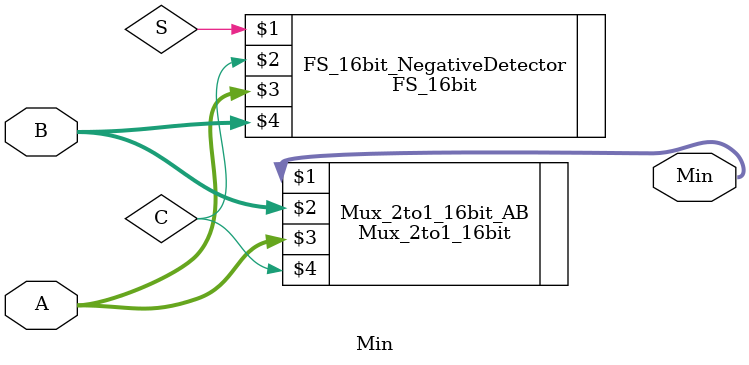
<source format=v>
module Min (Min, A, B);
	output [15:0]Min;
	input [15:0]A;
	input [15:0]B;
	
	FS_16bit FS_16bit_NegativeDetector (S, C, A, B);
	Mux_2to1_16bit Mux_2to1_16bit_AB (Min, B, A, C);
	
endmodule
</source>
